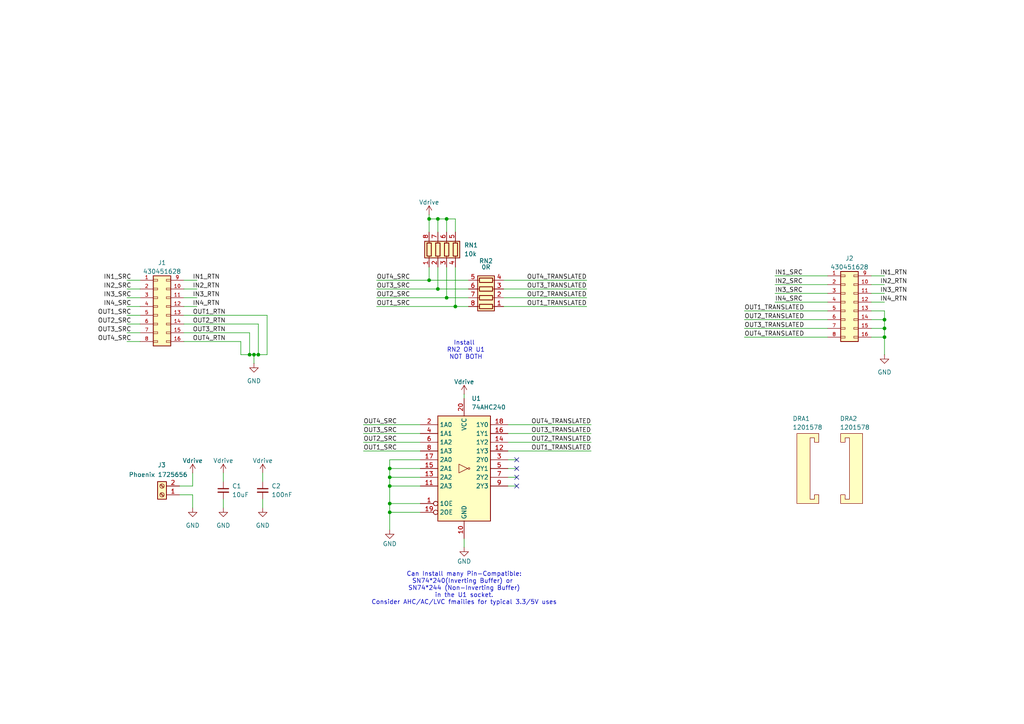
<source format=kicad_sch>
(kicad_sch (version 20250114) (generator "eeschema") (generator_version "9.0")
  (paper "A4")
  (lib_symbols
    (symbol "74xx:74AHC240"
      (property "Reference" "U" (at -7.62 16.51 0))
      (property "Value" "74AHC240" (at -7.62 -16.51 0))
      (symbol "74AHC240_1_0"
        (polyline (pts (xy 1.016 0) (xy -1.524 1.27) (xy -1.524 -1.27) (xy 1.016 0)) (stroke (width 0.1524)))
        (circle (center 1.397 0) (radius 0.254) (stroke (width 0.1524)))
        (pin input line (at -12.7 12.7 0) (length 5.08) (name "1A0") (number "2"))
        (pin input line (at -12.7 10.16 0) (length 5.08) (name "1A1") (number "4"))
        (pin input line (at -12.7 7.62 0) (length 5.08) (name "1A2") (number "6"))
        (pin input line (at -12.7 5.08 0) (length 5.08) (name "1A3") (number "8"))
        (pin input line (at -12.7 2.54 0) (length 5.08) (name "2A0") (number "17"))
        (pin input line (at -12.7 0 0) (length 5.08) (name "2A1") (number "15"))
        (pin input line (at -12.7 -2.54 0) (length 5.08) (name "2A2") (number "13"))
        (pin input line (at -12.7 -5.08 0) (length 5.08) (name "2A3") (number "11"))
        (pin input inverted (at -12.7 -10.16 0) (length 5.08) (name "1OE") (number "1"))
        (pin input inverted (at -12.7 -12.7 0) (length 5.08) (name "2OE") (number "19"))
        (pin power_in line (at 0 20.32 270) (length 5.08) (name "VCC") (number "20"))
        (pin power_in line (at 0 -20.32 90) (length 5.08) (name "GND") (number "10"))
        (pin tri_state line (at 12.7 12.7 180) (length 5.08) (name "1Y0") (number "18"))
        (pin tri_state line (at 12.7 10.16 180) (length 5.08) (name "1Y1") (number "16"))
        (pin tri_state line (at 12.7 7.62 180) (length 5.08) (name "1Y2") (number "14"))
        (pin tri_state line (at 12.7 5.08 180) (length 5.08) (name "1Y3") (number "12"))
        (pin tri_state line (at 12.7 2.54 180) (length 5.08) (name "2Y0") (number "3"))
        (pin tri_state line (at 12.7 0 180) (length 5.08) (name "2Y1") (number "5"))
        (pin tri_state line (at 12.7 -2.54 180) (length 5.08) (name "2Y2") (number "7"))
        (pin tri_state line (at 12.7 -5.08 180) (length 5.08) (name "2Y3") (number "9"))
      )
      (symbol "74AHC240_1_1"
        (rectangle (start -7.62 15.24) (end 7.62 -15.24) (stroke (width 0.254)) (fill (type background)))
      )
    )
    (symbol "Connector:Screw_Terminal_01x02" (pin_names (offset 1.016) (hide yes))
      (property "Reference" "J" (at 0 2.54 0))
      (property "Value" "Screw_Terminal_01x02" (at 0 -5.08 0))
      (symbol "Screw_Terminal_01x02_1_1"
        (rectangle (start -1.27 1.27) (end 1.27 -3.81) (stroke (width 0.254)) (fill (type background)))
        (polyline (pts (xy -0.5334 0.3302) (xy 0.3302 -0.508)) (stroke (width 0.1524)))
        (polyline (pts (xy -0.5334 -2.2098) (xy 0.3302 -3.048)) (stroke (width 0.1524)))
        (polyline (pts (xy -0.3556 0.508) (xy 0.508 -0.3302)) (stroke (width 0.1524)))
        (polyline (pts (xy -0.3556 -2.032) (xy 0.508 -2.8702)) (stroke (width 0.1524)))
        (circle (center 0 0) (radius 0.635) (stroke (width 0.1524)))
        (circle (center 0 -2.54) (radius 0.635) (stroke (width 0.1524)))
        (pin passive line (at -5.08 0 0) (length 3.81) (name "Pin_1") (number "1"))
        (pin passive line (at -5.08 -2.54 0) (length 3.81) (name "Pin_2") (number "2"))
      )
    )
    (symbol "Device:C_Small" (pin_numbers (hide yes)) (pin_names (offset 0.254) (hide yes))
      (property "Reference" "C" (at 0.254 1.778 0))
      (property "Value" "C_Small" (at 0.254 -2.032 0))
      (symbol "C_Small_0_1"
        (polyline (pts (xy -1.524 0.508) (xy 1.524 0.508)) (stroke (width 0.3048)))
        (polyline (pts (xy -1.524 -0.508) (xy 1.524 -0.508)) (stroke (width 0.3302)))
      )
      (symbol "C_Small_1_1"
        (pin passive line (at 0 2.54 270) (length 2.032) (name "~") (number "1"))
        (pin passive line (at 0 -2.54 90) (length 2.032) (name "~") (number "2"))
      )
    )
    (symbol "Device:R_Pack04" (pin_names (offset 0) (hide yes))
      (property "Reference" "RN" (at -7.62 0 90))
      (property "Value" "R_Pack04" (at 5.08 0 90))
      (symbol "R_Pack04_0_1"
        (rectangle (start -6.35 -2.413) (end 3.81 2.413) (stroke (width 0.254)) (fill (type background)))
        (rectangle (start -5.715 1.905) (end -4.445 -1.905) (stroke (width 0.254)))
        (polyline (pts (xy -5.08 1.905) (xy -5.08 2.54)))
        (polyline (pts (xy -5.08 -2.54) (xy -5.08 -1.905)))
        (rectangle (start -3.175 1.905) (end -1.905 -1.905) (stroke (width 0.254)))
        (polyline (pts (xy -2.54 1.905) (xy -2.54 2.54)))
        (polyline (pts (xy -2.54 -2.54) (xy -2.54 -1.905)))
        (rectangle (start -0.635 1.905) (end 0.635 -1.905) (stroke (width 0.254)))
        (polyline (pts (xy 0 1.905) (xy 0 2.54)))
        (polyline (pts (xy 0 -2.54) (xy 0 -1.905)))
        (rectangle (start 1.905 1.905) (end 3.175 -1.905) (stroke (width 0.254)))
        (polyline (pts (xy 2.54 1.905) (xy 2.54 2.54)))
        (polyline (pts (xy 2.54 -2.54) (xy 2.54 -1.905)))
      )
      (symbol "R_Pack04_1_1"
        (pin passive line (at -5.08 5.08 270) (length 2.54) (name "R1.2") (number "8"))
        (pin passive line (at -5.08 -5.08 90) (length 2.54) (name "R1.1") (number "1"))
        (pin passive line (at -2.54 5.08 270) (length 2.54) (name "R2.2") (number "7"))
        (pin passive line (at -2.54 -5.08 90) (length 2.54) (name "R2.1") (number "2"))
        (pin passive line (at 0 5.08 270) (length 2.54) (name "R3.2") (number "6"))
        (pin passive line (at 0 -5.08 90) (length 2.54) (name "R3.1") (number "3"))
        (pin passive line (at 2.54 5.08 270) (length 2.54) (name "R4.2") (number "5"))
        (pin passive line (at 2.54 -5.08 90) (length 2.54) (name "R4.1") (number "4"))
      )
    )
    (symbol "MPSIO_Translator:Molex_MicroFit_16"
      (property "Reference" "J" (at 4.826 2.54 0))
      (symbol "Molex_MicroFit_16_0_0"
        (rectangle (start 3.81 1.27) (end 8.89 -19.05) (stroke (width 0.254)) (fill (type background)))
        (polyline (pts (xy 3.81 0.254) (xy 5.08 0.254)) (stroke (width 0.127)))
        (polyline (pts (xy 3.81 -0.254) (xy 5.08 -0.254)) (stroke (width 0.127)))
        (polyline (pts (xy 3.81 -2.286) (xy 5.08 -2.286)) (stroke (width 0.127)))
        (polyline (pts (xy 3.81 -2.794) (xy 5.08 -2.794)) (stroke (width 0.127)))
        (polyline (pts (xy 3.81 -4.826) (xy 5.08 -4.826)) (stroke (width 0.127)))
        (polyline (pts (xy 3.81 -5.334) (xy 5.08 -5.334)) (stroke (width 0.127)))
        (polyline (pts (xy 3.81 -7.366) (xy 5.08 -7.366)) (stroke (width 0.127)))
        (polyline (pts (xy 3.81 -7.874) (xy 5.08 -7.874)) (stroke (width 0.127)))
        (polyline (pts (xy 3.81 -9.906) (xy 5.08 -9.906)) (stroke (width 0.127)))
        (polyline (pts (xy 3.81 -10.414) (xy 5.08 -10.414)) (stroke (width 0.127)))
        (polyline (pts (xy 3.81 -12.446) (xy 5.08 -12.446)) (stroke (width 0.127)))
        (polyline (pts (xy 3.81 -12.954) (xy 5.08 -12.954)) (stroke (width 0.127)))
        (polyline (pts (xy 3.81 -14.986) (xy 5.08 -14.986)) (stroke (width 0.127)))
        (polyline (pts (xy 3.81 -15.494) (xy 5.08 -15.494)) (stroke (width 0.127)))
        (polyline (pts (xy 3.81 -17.526) (xy 5.08 -17.526)) (stroke (width 0.127)))
        (polyline (pts (xy 3.81 -18.034) (xy 5.08 -18.034)) (stroke (width 0.127)))
        (polyline (pts (xy 5.08 0.254) (xy 5.08 -0.254)) (stroke (width 0.127)))
        (polyline (pts (xy 5.08 -2.286) (xy 5.08 -2.794)) (stroke (width 0.127)))
        (polyline (pts (xy 5.08 -4.826) (xy 5.08 -5.334)) (stroke (width 0.127)))
        (polyline (pts (xy 5.08 -7.366) (xy 5.08 -7.874)) (stroke (width 0.127)))
        (polyline (pts (xy 5.08 -9.906) (xy 5.08 -10.414)) (stroke (width 0.127)))
        (polyline (pts (xy 5.08 -12.446) (xy 5.08 -12.954)) (stroke (width 0.127)))
        (polyline (pts (xy 5.08 -14.986) (xy 5.08 -15.494)) (stroke (width 0.127)))
        (polyline (pts (xy 5.08 -17.526) (xy 5.08 -18.034)) (stroke (width 0.127)))
        (polyline (pts (xy 7.62 0.254) (xy 7.62 -0.254)) (stroke (width 0.127)))
        (polyline (pts (xy 7.62 -2.286) (xy 7.62 -2.794)) (stroke (width 0.127)))
        (polyline (pts (xy 7.62 -4.826) (xy 7.62 -5.334)) (stroke (width 0.127)))
        (polyline (pts (xy 7.62 -7.366) (xy 7.62 -7.874)) (stroke (width 0.127)))
        (polyline (pts (xy 7.62 -9.906) (xy 7.62 -10.414)) (stroke (width 0.127)))
        (polyline (pts (xy 7.62 -12.446) (xy 7.62 -12.954)) (stroke (width 0.127)))
        (polyline (pts (xy 7.62 -14.986) (xy 7.62 -15.494)) (stroke (width 0.127)))
        (polyline (pts (xy 7.62 -17.526) (xy 7.62 -18.034)) (stroke (width 0.127)))
        (polyline (pts (xy 8.89 0.254) (xy 7.62 0.254)) (stroke (width 0.127)))
        (polyline (pts (xy 8.89 -0.254) (xy 7.62 -0.254)) (stroke (width 0.127)))
        (polyline (pts (xy 8.89 -2.286) (xy 7.62 -2.286)) (stroke (width 0.127)))
        (polyline (pts (xy 8.89 -2.794) (xy 7.62 -2.794)) (stroke (width 0.127)))
        (polyline (pts (xy 8.89 -4.826) (xy 7.62 -4.826)) (stroke (width 0.127)))
        (polyline (pts (xy 8.89 -5.334) (xy 7.62 -5.334)) (stroke (width 0.127)))
        (polyline (pts (xy 8.89 -7.366) (xy 7.62 -7.366)) (stroke (width 0.127)))
        (polyline (pts (xy 8.89 -7.874) (xy 7.62 -7.874)) (stroke (width 0.127)))
        (polyline (pts (xy 8.89 -9.906) (xy 7.62 -9.906)) (stroke (width 0.127)))
        (polyline (pts (xy 8.89 -10.414) (xy 7.62 -10.414)) (stroke (width 0.127)))
        (polyline (pts (xy 8.89 -12.446) (xy 7.62 -12.446)) (stroke (width 0.127)))
        (polyline (pts (xy 8.89 -12.954) (xy 7.62 -12.954)) (stroke (width 0.127)))
        (polyline (pts (xy 8.89 -14.986) (xy 7.62 -14.986)) (stroke (width 0.127)))
        (polyline (pts (xy 8.89 -15.494) (xy 7.62 -15.494)) (stroke (width 0.127)))
        (polyline (pts (xy 8.89 -17.526) (xy 7.62 -17.526)) (stroke (width 0.127)))
        (polyline (pts (xy 8.89 -18.034) (xy 7.62 -18.034)) (stroke (width 0.127)))
      )
      (symbol "Molex_MicroFit_16_1_0"
        (pin passive line (at 0 0 0) (length 3.81) (name "") (number "1"))
        (pin passive line (at 0 -2.54 0) (length 3.81) (name "") (number "2"))
        (pin passive line (at 0 -5.08 0) (length 3.81) (name "") (number "3"))
        (pin passive line (at 0 -7.62 0) (length 3.81) (name "") (number "4"))
        (pin passive line (at 0 -10.16 0) (length 3.81) (name "") (number "5"))
        (pin passive line (at 0 -12.7 0) (length 3.81) (name "") (number "6"))
        (pin passive line (at 0 -15.24 0) (length 3.81) (name "") (number "7"))
        (pin passive line (at 0 -17.78 0) (length 3.81) (name "") (number "8"))
        (pin passive line (at 12.7 0 180) (length 3.81) (name "") (number "9"))
        (pin passive line (at 12.7 -2.54 180) (length 3.81) (name "") (number "10"))
        (pin passive line (at 12.7 -5.08 180) (length 3.81) (name "") (number "11"))
        (pin passive line (at 12.7 -7.62 180) (length 3.81) (name "") (number "12"))
        (pin passive line (at 12.7 -10.16 180) (length 3.81) (name "") (number "13"))
        (pin passive line (at 12.7 -12.7 180) (length 3.81) (name "") (number "14"))
        (pin passive line (at 12.7 -15.24 180) (length 3.81) (name "") (number "15"))
        (pin passive line (at 12.7 -17.78 180) (length 3.81) (name "") (number "16"))
      )
    )
    (symbol "Mechanical:DIN_Rail_Adapter"
      (property "Reference" "DRA" (at 0 6.35 0))
      (property "Value" "DIN_Rail_Adapter" (at 0 3.81 0))
      (symbol "DIN_Rail_Adapter_0_1"
        (polyline (pts (xy 10.16 2.54) (xy -10.16 2.54) (xy -10.16 -3.81) (xy -7.62 -3.81) (xy -7.62 -2.54) (xy -8.89 -2.54) (xy -8.89 -1.27) (xy 8.89 -1.27) (xy 8.89 -2.54) (xy 7.62 -2.54) (xy 7.62 -3.81) (xy 10.16 -3.81) (xy 10.16 2.54) (xy -10.16 2.54)) (fill (type background)))
      )
    )
    (symbol "power:GND" (power) (pin_numbers (hide yes)) (pin_names (offset 0) (hide yes))
      (property "Value" "GND" (at 0 -3.81 0))
      (symbol "GND_0_1"
        (polyline (pts (xy 0 0) (xy 0 -1.27) (xy 1.27 -1.27) (xy 0 -2.54) (xy -1.27 -1.27) (xy 0 -1.27)))
      )
      (symbol "GND_1_1"
        (pin power_in line (at 0 0 270) (length 0) (name "~") (number "1"))
      )
    )
    (symbol "power:Vdrive" (power) (pin_numbers (hide yes)) (pin_names (offset 0) (hide yes))
      (property "Value" "Vdrive" (at 0 3.556 0))
      (symbol "Vdrive_0_1"
        (polyline (pts (xy -0.762 1.27) (xy 0 2.54)))
        (polyline (pts (xy 0 2.54) (xy 0.762 1.27)))
        (polyline (pts (xy 0 0) (xy 0 2.54)))
      )
      (symbol "Vdrive_1_1"
        (pin power_in line (at 0 0 90) (length 0) (name "~") (number "1"))
      )
    )
  )
  (text "Can Install many Pin-Compatible:\nSN74*240(Inverting Buffer) or \nSN74*244 (Non-Inverting Buffer)\nin the U1 socket.\nConsider AHC/AC/LVC fmailies for typical 3.3/5V uses\n" (at 134.62 170.688 0) (effects (font (size 1.27 1.27))))
  (text "Install \nRN2 OR U1\nNOT BOTH" (at 135.128 101.6 0) (effects (font (size 1.27 1.27))))
  (junction (at 73.66 102.87))
  (junction (at 129.54 63.5))
  (junction (at 124.46 81.28))
  (junction (at 256.54 92.71))
  (junction (at 72.39 102.87))
  (junction (at 74.93 102.87))
  (junction (at 132.08 88.9))
  (junction (at 256.54 97.79))
  (junction (at 113.03 140.97))
  (junction (at 129.54 86.36))
  (junction (at 113.03 135.89))
  (junction (at 113.03 138.43))
  (junction (at 113.03 146.05))
  (junction (at 256.54 95.25))
  (junction (at 127 83.82))
  (junction (at 113.03 148.59))
  (junction (at 124.46 63.5))
  (junction (at 127 63.5))
  (no_connect (at 149.86 138.43))
  (no_connect (at 149.86 135.89))
  (no_connect (at 149.86 133.35))
  (no_connect (at 149.86 140.97))
  (wire (pts (xy 36.83 96.52) (xy 40.64 96.52)))
  (wire (pts (xy 77.47 102.87) (xy 74.93 102.87)))
  (wire (pts (xy 171.45 128.27) (xy 147.32 128.27)))
  (wire (pts (xy 132.08 88.9) (xy 135.89 88.9)))
  (wire (pts (xy 129.54 86.36) (xy 135.89 86.36)))
  (wire (pts (xy 147.32 138.43) (xy 149.86 138.43)))
  (wire (pts (xy 252.73 90.17) (xy 256.54 90.17)))
  (wire (pts (xy 113.03 148.59) (xy 113.03 153.67)))
  (wire (pts (xy 113.03 135.89) (xy 113.03 138.43)))
  (wire (pts (xy 52.07 143.51) (xy 55.88 143.51)))
  (wire (pts (xy 127 63.5) (xy 127 67.31)))
  (wire (pts (xy 113.03 146.05) (xy 113.03 148.59)))
  (wire (pts (xy 36.83 93.98) (xy 40.64 93.98)))
  (wire (pts (xy 105.41 128.27) (xy 121.92 128.27)))
  (wire (pts (xy 76.2 144.78) (xy 76.2 147.32)))
  (wire (pts (xy 53.34 91.44) (xy 77.47 91.44)))
  (wire (pts (xy 256.54 95.25) (xy 256.54 97.79)))
  (wire (pts (xy 124.46 81.28) (xy 135.89 81.28)))
  (wire (pts (xy 105.41 130.81) (xy 121.92 130.81)))
  (wire (pts (xy 170.18 81.28) (xy 146.05 81.28)))
  (wire (pts (xy 224.79 87.63) (xy 240.03 87.63)))
  (wire (pts (xy 124.46 81.28) (xy 124.46 77.47)))
  (wire (pts (xy 109.22 81.28) (xy 124.46 81.28)))
  (wire (pts (xy 134.62 114.3) (xy 134.62 115.57)))
  (wire (pts (xy 113.03 138.43) (xy 121.92 138.43)))
  (wire (pts (xy 105.41 125.73) (xy 121.92 125.73)))
  (wire (pts (xy 113.03 140.97) (xy 113.03 146.05)))
  (wire (pts (xy 224.79 82.55) (xy 240.03 82.55)))
  (wire (pts (xy 224.79 80.01) (xy 240.03 80.01)))
  (wire (pts (xy 127 83.82) (xy 127 77.47)))
  (wire (pts (xy 252.73 97.79) (xy 256.54 97.79)))
  (wire (pts (xy 132.08 63.5) (xy 129.54 63.5)))
  (wire (pts (xy 53.34 81.28) (xy 57.15 81.28)))
  (wire (pts (xy 52.07 140.97) (xy 55.88 140.97)))
  (wire (pts (xy 69.85 102.87) (xy 72.39 102.87)))
  (wire (pts (xy 53.34 96.52) (xy 72.39 96.52)))
  (wire (pts (xy 215.9 92.71) (xy 240.03 92.71)))
  (wire (pts (xy 64.77 144.78) (xy 64.77 147.32)))
  (wire (pts (xy 121.92 133.35) (xy 113.03 133.35)))
  (wire (pts (xy 171.45 130.81) (xy 147.32 130.81)))
  (wire (pts (xy 171.45 125.73) (xy 147.32 125.73)))
  (wire (pts (xy 252.73 95.25) (xy 256.54 95.25)))
  (wire (pts (xy 124.46 62.23) (xy 124.46 63.5)))
  (wire (pts (xy 69.85 99.06) (xy 69.85 102.87)))
  (wire (pts (xy 36.83 86.36) (xy 40.64 86.36)))
  (wire (pts (xy 76.2 137.16) (xy 76.2 139.7)))
  (wire (pts (xy 113.03 146.05) (xy 121.92 146.05)))
  (wire (pts (xy 55.88 143.51) (xy 55.88 147.32)))
  (wire (pts (xy 73.66 102.87) (xy 73.66 105.41)))
  (wire (pts (xy 72.39 96.52) (xy 72.39 102.87)))
  (wire (pts (xy 77.47 91.44) (xy 77.47 102.87)))
  (wire (pts (xy 127 83.82) (xy 135.89 83.82)))
  (wire (pts (xy 252.73 82.55) (xy 256.54 82.55)))
  (wire (pts (xy 132.08 67.31) (xy 132.08 63.5)))
  (wire (pts (xy 215.9 97.79) (xy 240.03 97.79)))
  (wire (pts (xy 129.54 63.5) (xy 127 63.5)))
  (wire (pts (xy 129.54 63.5) (xy 129.54 67.31)))
  (wire (pts (xy 252.73 85.09) (xy 256.54 85.09)))
  (wire (pts (xy 53.34 93.98) (xy 74.93 93.98)))
  (wire (pts (xy 215.9 90.17) (xy 240.03 90.17)))
  (wire (pts (xy 124.46 63.5) (xy 124.46 67.31)))
  (wire (pts (xy 36.83 88.9) (xy 40.64 88.9)))
  (wire (pts (xy 36.83 99.06) (xy 40.64 99.06)))
  (wire (pts (xy 170.18 83.82) (xy 146.05 83.82)))
  (wire (pts (xy 36.83 83.82) (xy 40.64 83.82)))
  (wire (pts (xy 256.54 92.71) (xy 256.54 95.25)))
  (wire (pts (xy 147.32 133.35) (xy 149.86 133.35)))
  (wire (pts (xy 74.93 102.87) (xy 73.66 102.87)))
  (wire (pts (xy 53.34 88.9) (xy 57.15 88.9)))
  (wire (pts (xy 256.54 97.79) (xy 256.54 102.87)))
  (wire (pts (xy 224.79 85.09) (xy 240.03 85.09)))
  (wire (pts (xy 215.9 95.25) (xy 240.03 95.25)))
  (wire (pts (xy 109.22 83.82) (xy 127 83.82)))
  (wire (pts (xy 147.32 140.97) (xy 149.86 140.97)))
  (wire (pts (xy 113.03 148.59) (xy 121.92 148.59)))
  (wire (pts (xy 105.41 123.19) (xy 121.92 123.19)))
  (wire (pts (xy 129.54 86.36) (xy 129.54 77.47)))
  (wire (pts (xy 113.03 135.89) (xy 121.92 135.89)))
  (wire (pts (xy 113.03 133.35) (xy 113.03 135.89)))
  (wire (pts (xy 109.22 88.9) (xy 132.08 88.9)))
  (wire (pts (xy 53.34 83.82) (xy 57.15 83.82)))
  (wire (pts (xy 36.83 91.44) (xy 40.64 91.44)))
  (wire (pts (xy 127 63.5) (xy 124.46 63.5)))
  (wire (pts (xy 53.34 99.06) (xy 69.85 99.06)))
  (wire (pts (xy 252.73 87.63) (xy 256.54 87.63)))
  (wire (pts (xy 74.93 93.98) (xy 74.93 102.87)))
  (wire (pts (xy 64.77 137.16) (xy 64.77 139.7)))
  (wire (pts (xy 170.18 86.36) (xy 146.05 86.36)))
  (wire (pts (xy 256.54 90.17) (xy 256.54 92.71)))
  (wire (pts (xy 53.34 86.36) (xy 57.15 86.36)))
  (wire (pts (xy 147.32 135.89) (xy 149.86 135.89)))
  (wire (pts (xy 72.39 102.87) (xy 73.66 102.87)))
  (wire (pts (xy 36.83 81.28) (xy 40.64 81.28)))
  (wire (pts (xy 170.18 88.9) (xy 146.05 88.9)))
  (wire (pts (xy 55.88 137.16) (xy 55.88 140.97)))
  (wire (pts (xy 113.03 138.43) (xy 113.03 140.97)))
  (wire (pts (xy 109.22 86.36) (xy 129.54 86.36)))
  (wire (pts (xy 252.73 80.01) (xy 256.54 80.01)))
  (wire (pts (xy 113.03 140.97) (xy 121.92 140.97)))
  (wire (pts (xy 132.08 88.9) (xy 132.08 77.47)))
  (wire (pts (xy 171.45 123.19) (xy 147.32 123.19)))
  (wire (pts (xy 134.62 156.21) (xy 134.62 158.75)))
  (wire (pts (xy 252.73 92.71) (xy 256.54 92.71)))
  (label "OUT4_TRANSLATED" (at 170.18 81.28 180))
  (label "IN2_RTN" (at 255.27 82.55 0))
  (label "IN1_RTN" (at 255.27 80.01 0))
  (label "IN2_SRC" (at 38.1 83.82 180))
  (label "OUT3_SRC" (at 109.22 83.82 0))
  (label "IN1_SRC" (at 224.79 80.01 0))
  (label "IN1_RTN" (at 55.88 81.28 0))
  (label "OUT1_RTN" (at 55.88 91.44 0))
  (label "OUT1_SRC" (at 38.1 91.44 180))
  (label "OUT1_TRANSLATED" (at 170.18 88.9 180))
  (label "OUT4_SRC" (at 38.1 99.06 180))
  (label "IN4_SRC" (at 38.1 88.9 180))
  (label "IN1_SRC" (at 38.1 81.28 180))
  (label "IN4_SRC" (at 224.79 87.63 0))
  (label "OUT4_RTN" (at 55.88 99.06 0))
  (label "OUT1_TRANSLATED" (at 171.45 130.81 180))
  (label "OUT3_TRANSLATED" (at 215.9 95.25 0))
  (label "OUT2_SRC" (at 109.22 86.36 0))
  (label "OUT4_TRANSLATED" (at 215.9 97.79 0))
  (label "OUT1_SRC" (at 109.22 88.9 0))
  (label "OUT4_TRANSLATED" (at 171.45 123.19 180))
  (label "OUT1_SRC" (at 105.41 130.81 0))
  (label "OUT2_TRANSLATED" (at 171.45 128.27 180))
  (label "OUT3_TRANSLATED" (at 171.45 125.73 180))
  (label "OUT2_SRC" (at 38.1 93.98 180))
  (label "OUT4_SRC" (at 109.22 81.28 0))
  (label "OUT4_SRC" (at 105.41 123.19 0))
  (label "IN4_RTN" (at 255.27 87.63 0))
  (label "IN2_SRC" (at 224.79 82.55 0))
  (label "OUT3_RTN" (at 55.88 96.52 0))
  (label "IN2_RTN" (at 55.88 83.82 0))
  (label "OUT3_TRANSLATED" (at 170.18 83.82 180))
  (label "OUT3_SRC" (at 105.41 125.73 0))
  (label "OUT2_RTN" (at 55.88 93.98 0))
  (label "IN3_RTN" (at 55.88 86.36 0))
  (label "OUT2_TRANSLATED" (at 215.9 92.71 0))
  (label "OUT3_SRC" (at 38.1 96.52 180))
  (label "IN4_RTN" (at 55.88 88.9 0))
  (label "IN3_RTN" (at 255.27 85.09 0))
  (label "OUT2_SRC" (at 105.41 128.27 0))
  (label "OUT2_TRANSLATED" (at 170.18 86.36 180))
  (label "IN3_SRC" (at 224.79 85.09 0))
  (label "OUT1_TRANSLATED" (at 215.9 90.17 0))
  (label "IN3_SRC" (at 38.1 86.36 180))
  (symbol (lib_id "power:GND") (at 64.77 147.32 0) (unit 1)
    (property "Reference" "#PWR011" (effects (hide yes)))
    (property "Value" "GND" (at 64.77 152.4 0))
    (property "Description" "Power symbol creates a global label with name \"GND\" , ground" (effects (hide yes)))
  )
  (symbol (lib_id "Device:R_Pack04") (at 140.97 83.82 90) (unit 1)
    (property "Reference" "RN2" (at 140.97 75.692 90))
    (property "Value" "0R" (at 140.97 77.47 90))
    (property "Footprint" "Resistor_SMD:R_Array_Convex_4x1206" (effects (hide yes)))
    (property "Description" "0.0 Ohm Jumper 1206" (effects (hide yes)))
    (property "Manufacture" "YAGEO" (effects (hide yes)))
    (property "Manufacture Part Number" "YC164-JR-130RL" (effects (hide yes)))
    (property "Supplier" "Digikey" (effects (hide yes)))
    (property "Supplier Part Number" "13-YC164-JR-130RLCT-ND" (effects (hide yes)))
  )
  (symbol (lib_id "power:GND") (at 113.03 153.67 0) (unit 1)
    (property "Reference" "#PWR08" (effects (hide yes)))
    (property "Value" "GND" (at 113.03 157.734 0))
    (property "Description" "Power symbol creates a global label with name \"GND\" , ground" (effects (hide yes)))
  )
  (symbol (lib_id "power:GND") (at 76.2 147.32 0) (unit 1)
    (property "Reference" "#PWR012" (effects (hide yes)))
    (property "Value" "GND" (at 76.2 152.4 0))
    (property "Description" "Power symbol creates a global label with name \"GND\" , ground" (effects (hide yes)))
  )
  (symbol (lib_id "power:GND") (at 134.62 158.75 0) (unit 1)
    (property "Reference" "#PWR07" (effects (hide yes)))
    (property "Value" "GND" (at 134.62 162.814 0))
    (property "Description" "Power symbol creates a global label with name \"GND\" , ground" (effects (hide yes)))
  )
  (symbol (lib_id "Mechanical:DIN_Rail_Adapter") (at 247.65 135.89 270) (unit 1)
    (property "Reference" "DRA2" (at 243.586 121.412 90) (effects (justify left)))
    (property "Value" "1201578" (at 243.586 123.952 90) (effects (justify left)))
    (property "Footprint" "MountingEquipment:DINRailAdapter_3xM3_PhoenixContact_1201578" (effects (hide yes)))
    (property "Description" "DINRAIL ADAPTER UNIVERSAL" (effects (hide yes)))
    (property "Manufacture" "Phoenix Contact" (effects (hide yes)))
    (property "Manufacture Part Number" "1201578" (effects (hide yes)))
    (property "Supplier" "Digikey" (effects (hide yes)))
    (property "Supplier Part Number" "277-2296-ND" (effects (hide yes)))
  )
  (symbol (lib_id "power:Vdrive") (at 134.62 114.3 0) (unit 1)
    (property "Reference" "#PWR06" (effects (hide yes)))
    (property "Value" "Vdrive" (at 134.62 110.744 0))
    (property "Description" "Power symbol creates a global label with name \"Vdrive\"" (effects (hide yes)))
  )
  (symbol (lib_id "MPSIO_Translator:Molex_MicroFit_16") (at 40.64 81.28 0) (unit 1)
    (property "Reference" "J1" (at 46.99 76.2 0))
    (property "Value" "430451628" (at 46.99 78.74 0))
    (property "Footprint" "footprints:430451628" (effects (hide yes)))
    (property "Description" "Connector Header Through Hole 16 position 0.118\" (3.00mm)" (effects (hide yes)))
    (property "Manufacture" "Molex" (effects (hide yes)))
    (property "Manufacture Part Number" "0430451628" (effects (hide yes)))
    (property "Supplier" "Digikey" (effects (hide yes)))
    (property "Supplier Part Number" "WM10719-ND" (effects (hide yes)))
  )
  (symbol (lib_id "Device:C_Small") (at 64.77 142.24 0) (unit 1)
    (property "Reference" "C1" (at 67.31 140.9762 0) (effects (justify left)))
    (property "Value" "10uF" (at 67.31 143.5162 0) (effects (justify left)))
    (property "Footprint" "Capacitor_SMD:C_0805_2012Metric_Pad1.18x1.45mm_HandSolder" (effects (hide yes)))
    (property "Description" "CAP CER 10UF 50V X5R 0805" (effects (hide yes)))
    (property "Manufacture" "Murata Electronics" (effects (hide yes)))
    (property "Manufacture Part Number" "GRM21BR61H106KE43L" (effects (hide yes)))
    (property "Supplier" "Digikey" (effects (hide yes)))
    (property "Supplier Part Number" "490-18663-1-ND" (effects (hide yes)))
  )
  (symbol (lib_id "MPSIO_Translator:Molex_MicroFit_16") (at 240.03 80.01 0) (unit 1)
    (property "Reference" "J2" (at 246.38 74.93 0))
    (property "Value" "430451628" (at 246.38 77.47 0))
    (property "Footprint" "footprints:430451628" (effects (hide yes)))
    (property "Description" "Connector Header Through Hole 16 position 0.118\" (3.00mm)" (effects (hide yes)))
    (property "Manufacture" "Molex" (effects (hide yes)))
    (property "Manufacture Part Number" "0430451628" (effects (hide yes)))
    (property "Supplier" "Digikey" (effects (hide yes)))
    (property "Supplier Part Number" "WM10719-ND" (effects (hide yes)))
  )
  (symbol (lib_id "power:Vdrive") (at 76.2 137.16 0) (unit 1)
    (property "Reference" "#PWR010" (effects (hide yes)))
    (property "Value" "Vdrive" (at 76.2 133.604 0))
    (property "Description" "Power symbol creates a global label with name \"Vdrive\"" (effects (hide yes)))
  )
  (symbol (lib_id "power:GND") (at 73.66 105.41 0) (unit 1)
    (property "Reference" "#PWR05" (effects (hide yes)))
    (property "Value" "GND" (at 73.66 110.49 0))
    (property "Description" "Power symbol creates a global label with name \"GND\" , ground" (effects (hide yes)))
  )
  (symbol (lib_id "power:GND") (at 55.88 147.32 0) (unit 1)
    (property "Reference" "#PWR03" (effects (hide yes)))
    (property "Value" "GND" (at 55.88 152.4 0))
    (property "Description" "Power symbol creates a global label with name \"GND\" , ground" (effects (hide yes)))
  )
  (symbol (lib_id "power:Vdrive") (at 124.46 62.23 0) (unit 1)
    (property "Reference" "#PWR02" (effects (hide yes)))
    (property "Value" "Vdrive" (at 124.46 58.674 0))
    (property "Description" "Power symbol creates a global label with name \"Vdrive\"" (effects (hide yes)))
  )
  (symbol (lib_id "power:GND") (at 256.54 102.87 0) (unit 1)
    (property "Reference" "#PWR01" (effects (hide yes)))
    (property "Value" "GND" (at 256.54 107.95 0))
    (property "Description" "Power symbol creates a global label with name \"GND\" , ground" (effects (hide yes)))
  )
  (symbol (lib_id "Device:R_Pack04") (at 129.54 72.39 0) (unit 1)
    (property "Reference" "RN1" (at 134.62 71.1199 0) (effects (justify left)))
    (property "Value" "10k" (at 134.62 73.6599 0) (effects (justify left)))
    (property "Footprint" "Resistor_SMD:R_Array_Convex_4x1206" (effects (hide yes)))
    (property "Description" "RES ARRAY 4 RES 10K OHM 1206" (effects (hide yes)))
    (property "Manufacture" "Panasonic Electronic Components" (effects (hide yes)))
    (property "Manufacture Part Number" "EXB-38V103JV" (effects (hide yes)))
    (property "Supplier" "Digikey" (effects (hide yes)))
    (property "Supplier Part Number" "Y9103CT-ND" (effects (hide yes)))
  )
  (symbol (lib_id "Connector:Screw_Terminal_01x02") (at 46.99 143.51 180) (unit 1)
    (property "Reference" "J3" (at 45.72 134.874 0) (effects (justify right)))
    (property "Value" "Phoenix 1725656" (at 37.338 137.668 0) (effects (justify right)))
    (property "Footprint" "TerminalBlock_Phoenix:TerminalBlock_Phoenix_MPT-0,5-2-2.54_1x02_P2.54mm_Horizontal" (effects (hide yes)))
    (property "Description" "TERM BLK 2P SIDE ENT 2.54MM PCB" (effects (hide yes)))
    (property "Manufacture" "Phoenix Contact" (effects (hide yes)))
    (property "Manufacture Part Number" "1725656" (effects (hide yes)))
    (property "Supplier" "Digikey" (effects (hide yes)))
    (property "Supplier Part Number" "277-1273-ND" (effects (hide yes)))
  )
  (symbol (lib_id "power:Vdrive") (at 64.77 137.16 0) (unit 1)
    (property "Reference" "#PWR09" (effects (hide yes)))
    (property "Value" "Vdrive" (at 64.77 133.604 0))
    (property "Description" "Power symbol creates a global label with name \"Vdrive\"" (effects (hide yes)))
  )
  (symbol (lib_id "power:Vdrive") (at 55.88 137.16 0) (unit 1)
    (property "Reference" "#PWR04" (effects (hide yes)))
    (property "Value" "Vdrive" (at 55.88 133.604 0))
    (property "Description" "Power symbol creates a global label with name \"Vdrive\"" (effects (hide yes)))
  )
  (symbol (lib_id "74xx:74AHC240") (at 134.62 135.89 0) (unit 1)
    (property "Reference" "U1" (at 136.7633 115.57 0) (effects (justify left)))
    (property "Value" "74AHC240" (at 136.7633 118.11 0) (effects (justify left)))
    (property "Footprint" "Package_DIP:DIP-20_W7.62mm_Socket_LongPads" (effects (hide yes)))
    (property "Description" "DIP IC SOCKET 20P,SN" (effects (hide yes)))
    (property "Manufacture" "TE Connectivity AMP Connectors" (effects (hide yes)))
    (property "Manufacture Part Number" "2485264-6" (effects (hide yes)))
    (property "Supplier" "Digikey" (effects (hide yes)))
    (property "Supplier Part Number" "17-2485264-6-ND" (effects (hide yes)))
  )
  (symbol (lib_id "Device:C_Small") (at 76.2 142.24 0) (unit 1)
    (property "Reference" "C2" (at 78.74 140.9762 0) (effects (justify left)))
    (property "Value" "100nF" (at 78.74 143.5162 0) (effects (justify left)))
    (property "Footprint" "Capacitor_SMD:C_0805_2012Metric_Pad1.18x1.45mm_HandSolder" (effects (hide yes)))
    (property "Description" "CAP CER 0.1UF 50V X7R 0805" (effects (hide yes)))
    (property "Manufacture" "KYOCERA AVX" (effects (hide yes)))
    (property "Manufacture Part Number" "KGM21NR71H104KT" (effects (hide yes)))
    (property "Supplier" "Digikey" (effects (hide yes)))
    (property "Supplier Part Number" "478-KGM21NR71H104KTCT-ND" (effects (hide yes)))
  )
  (symbol (lib_id "Mechanical:DIN_Rail_Adapter") (at 233.68 135.89 90) (unit 1)
    (property "Reference" "DRA1" (at 229.87 121.412 90) (effects (justify right)))
    (property "Value" "1201578" (at 229.87 123.952 90) (effects (justify right)))
    (property "Footprint" "MountingEquipment:DINRailAdapter_3xM3_PhoenixContact_1201578" (effects (hide yes)))
    (property "Description" "DINRAIL ADAPTER UNIVERSAL" (effects (hide yes)))
    (property "Manufacture" "Phoenix Contact" (effects (hide yes)))
    (property "Manufacture Part Number" "1201578" (effects (hide yes)))
    (property "Supplier" "Digikey" (effects (hide yes)))
    (property "Supplier Part Number" "277-2296-ND" (effects (hide yes)))
  )
)
</source>
